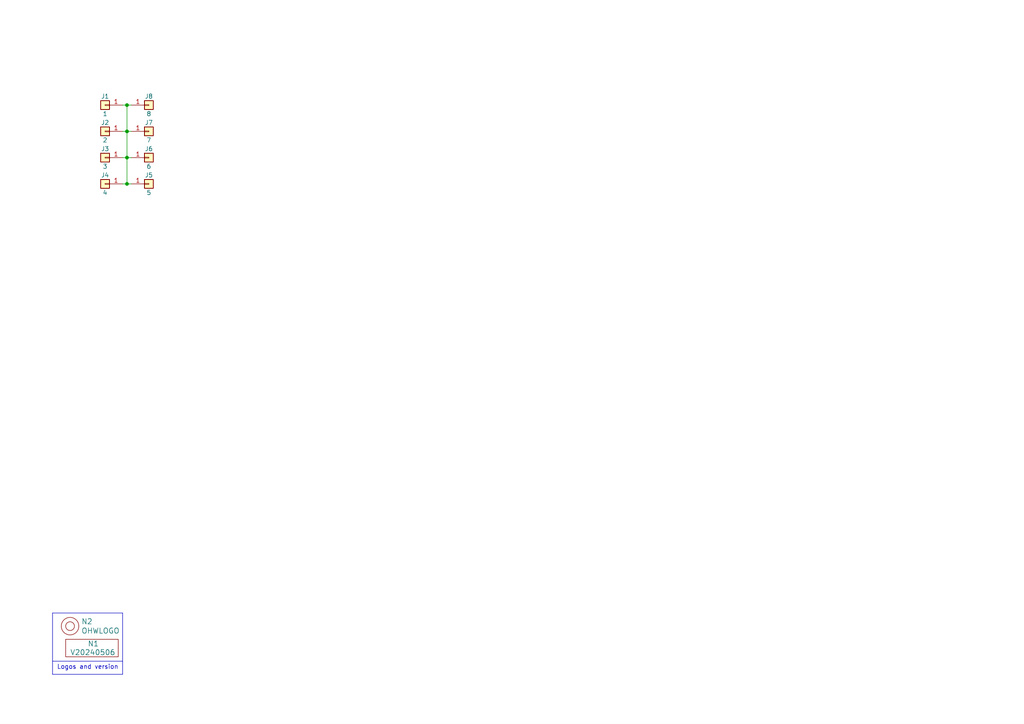
<source format=kicad_sch>
(kicad_sch (version 20230121) (generator eeschema)
  (paper "A4")
  (lib_symbols
    (symbol "Connector_Generic:Conn_01x01" (pin_names (offset 1.016) hide)
      (property "Reference" "J" (at 0 2.54 0))
      (property "Value" "Conn_01x01" (at 0 -2.54 0))
      (symbol "Conn_01x01_1_1"
        (rectangle (start -1.27 0.127) (end 0 -0.127) (stroke (width 0.1524)))
        (rectangle (start -1.27 1.27) (end 1.27 -1.27) (stroke (width 0.254)) (fill (type background)))
        (pin passive line (at -5.08 0 0) (length 3.81) (name "Pin_1") (number "1"))
      )
    )
    (symbol "SquantorLabels:OHWLOGO" (pin_names (offset 1.016))
      (property "Reference" "N" (at 0 3.81 0))
      (property "Value" "OHWLOGO" (at 0 -3.81 0))
      (symbol "OHWLOGO_0_1"
        (circle (center 0 0) (radius 1.27))
        (circle (center 0 0) (radius 2.54))
      )
    )
    (symbol "SquantorLabels:VYYYYMMDD" (pin_names (offset 1.016))
      (property "Reference" "N" (at 0 2.54 0))
      (property "Value" "VYYYYMMDD" (at 0 0 0))
      (symbol "VYYYYMMDD_0_1"
        (rectangle (start 7.62 -1.27) (end -7.62 3.81))
      )
    )
  )
  (junction (at 36.83 30.48))
  (junction (at 36.83 38.1))
  (junction (at 36.83 53.34))
  (junction (at 36.83 45.72))
  (wire (pts (xy 36.83 53.34) (xy 38.1 53.34)))
  (wire (pts (xy 36.83 38.1) (xy 38.1 38.1)))
  (wire (pts (xy 36.83 45.72) (xy 35.56 45.72)))
  (wire (pts (xy 36.83 53.34) (xy 36.83 45.72)))
  (wire (pts (xy 36.83 38.1) (xy 35.56 38.1)))
  (wire (pts (xy 36.83 38.1) (xy 36.83 45.72)))
  (wire (pts (xy 36.83 30.48) (xy 36.83 38.1)))
  (polyline (pts (xy 15.24 191.77) (xy 35.56 191.77)))
  (wire (pts (xy 36.83 30.48) (xy 38.1 30.48)))
  (polyline (pts (xy 35.56 195.58) (xy 35.56 177.8)))
  (wire (pts (xy 36.83 45.72) (xy 38.1 45.72)))
  (polyline (pts (xy 15.24 195.58) (xy 35.56 195.58)))
  (wire (pts (xy 35.56 30.48) (xy 36.83 30.48)))
  (polyline (pts (xy 35.56 177.8) (xy 15.24 177.8)))
  (polyline (pts (xy 15.24 177.8) (xy 15.24 195.58)))
  (wire (pts (xy 35.56 53.34) (xy 36.83 53.34)))
  (text "Logos and version" (at 16.51 194.31 0) (effects (font (size 1.27 1.27)) (justify left bottom)))
  (symbol (lib_id "SquantorLabels:VYYYYMMDD") (at 26.67 189.23 0) (unit 1)
    (property "Reference" "N1" (at 25.4 186.69 0) (effects (font (size 1.524 1.524)) (justify left)))
    (property "Value" "V20240506" (at 20.32 189.23 0) (effects (font (size 1.524 1.524)) (justify left)))
    (property "Footprint" "SquantorLabels:Label_Generic" (effects hide))
  )
  (symbol (lib_id "SquantorLabels:OHWLOGO") (at 20.32 181.61 0) (unit 1)
    (property "Reference" "N2" (at 23.5712 180.2638 0) (effects (font (size 1.524 1.524)) (justify left)))
    (property "Value" "OHWLOGO" (at 23.5712 182.9562 0) (effects (font (size 1.524 1.524)) (justify left)))
    (property "Footprint" "Symbol:OSHW-Symbol_6.7x6mm_SilkScreen" (effects hide))
  )
  (symbol (lib_id "Connector_Generic:Conn_01x01") (at 30.48 38.1 180) (unit 1)
    (property "Reference" "J2" (at 30.48 35.56 0))
    (property "Value" "2" (at 30.48 40.64 0))
    (property "Footprint" "mill-max:PC_pin_nail_head_6092" (effects hide))
  )
  (symbol (lib_id "Connector_Generic:Conn_01x01") (at 30.48 30.48 180) (unit 1)
    (property "Reference" "J1" (at 30.48 27.94 0))
    (property "Value" "1" (at 30.48 33.02 0))
    (property "Footprint" "mill-max:PC_pin_nail_head_6092" (effects hide))
  )
  (symbol (lib_id "Connector_Generic:Conn_01x01") (at 30.48 45.72 0) (mirror y) (unit 1)
    (property "Reference" "J3" (at 30.48 43.18 0))
    (property "Value" "3" (at 30.48 48.26 0))
    (property "Footprint" "mill-max:PC_pin_nail_head_6092" (effects hide))
  )
  (symbol (lib_id "Connector_Generic:Conn_01x01") (at 30.48 53.34 0) (mirror y) (unit 1)
    (property "Reference" "J4" (at 30.48 50.8 0))
    (property "Value" "4" (at 30.48 55.88 0))
    (property "Footprint" "mill-max:PC_pin_nail_head_6092" (effects hide))
  )
  (symbol (lib_id "Connector_Generic:Conn_01x01") (at 43.18 53.34 0) (unit 1)
    (property "Reference" "J5" (at 43.18 50.8 0))
    (property "Value" "5" (at 43.18 55.88 0))
    (property "Footprint" "mill-max:PC_pin_nail_head_6092" (effects hide))
  )
  (symbol (lib_id "Connector_Generic:Conn_01x01") (at 43.18 45.72 0) (mirror x) (unit 1)
    (property "Reference" "J6" (at 43.18 43.18 0))
    (property "Value" "6" (at 43.18 48.26 0))
    (property "Footprint" "mill-max:PC_pin_nail_head_6092" (effects hide))
  )
  (symbol (lib_id "Connector_Generic:Conn_01x01") (at 43.18 38.1 0) (mirror x) (unit 1)
    (property "Reference" "J7" (at 43.18 35.56 0))
    (property "Value" "7" (at 43.18 40.64 0))
    (property "Footprint" "mill-max:PC_pin_nail_head_6092" (effects hide))
  )
  (symbol (lib_id "Connector_Generic:Conn_01x01") (at 43.18 30.48 0) (mirror x) (unit 1)
    (property "Reference" "J8" (at 43.18 27.94 0))
    (property "Value" "8" (at 43.18 33.02 0))
    (property "Footprint" "mill-max:PC_pin_nail_head_6092" (effects hide))
  )
)
</source>
